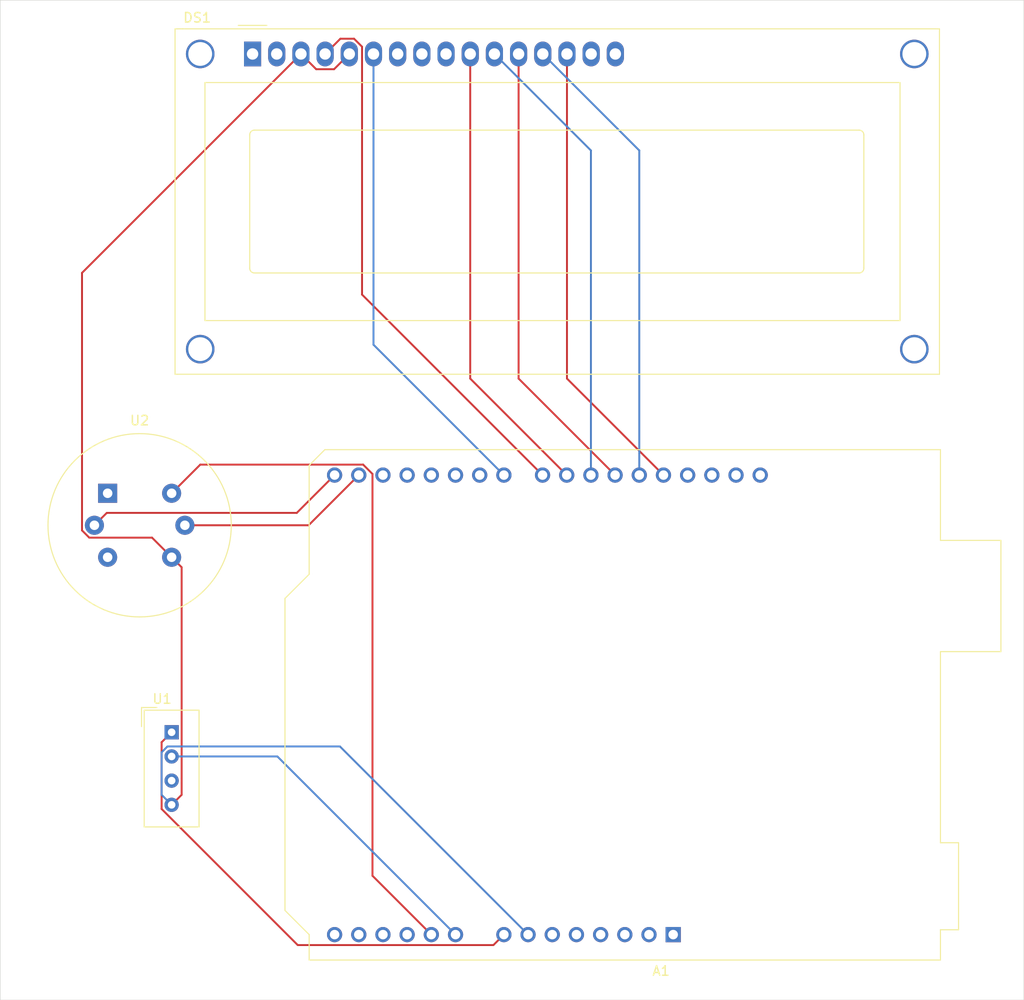
<source format=kicad_pcb>
(kicad_pcb (version 20241229) (generator "pcbnew") (generator_version "9.0")
  (layers (0 "F.Cu" signal) (2 "B.Cu" signal) (13 "F.Paste" user) (15 "B.Paste" user) (5 "F.SilkS" user "F.Silkscreen") (7 "B.SilkS" user "B.Silkscreen") (1 "F.Mask" user) (3 "B.Mask" user) (25 "Edge.Cuts" user))
  (net 0 "")
  (net 2 "Net-(A1-D8)")
  (net 3 "GNDREF")
  (net 4 "Net-(A1-D10)")
  (net 11 "Net-(A1-D7)")
  (net 15 "Net-(A1-D11)")
  (net 17 "Net-(A1-D9)")
  (net 20 "Net-(A1-D0{slash}RX)")
  (net 22 "Net-(A1-D13)")
  (net 23 "Net-(A1-VIN)")
  (net 24 "Net-(A1-A1)")
  (net 25 "Net-(A1-D6)")
  (net 27 "Net-(A1-A0)")
  (net 28 "Net-(A1-D5)")
  (net 30 "Net-(A1-D12)")
  (net 32 "Net-(A1-D1{slash}TX)")
  (net 39 "Net-(BT1-+)")
  (footprint "Sensor:Aosong_DHT11_5.5x12.0_P2.54mm" (layer "F.Cu") (at 96.5 108.88)
    (property "Reference" "U1" (at -1 -3.5 0) (layer "F.SilkS"))
    (property "Value" "DHT11")
    (fp_line (start -3.16 -2.6) (end -3.16 -0.6) (stroke (width 0.12)) (layer "F.SilkS"))
    (fp_line (start -3.16 -2.6) (end -1.55 -2.6) (stroke (width 0.12)) (layer "F.SilkS"))
    (fp_line (start -2.88 9.94) (end -2.88 -2.31) (stroke (width 0.12)) (layer "F.SilkS"))
    (fp_line (start -2.87 -2.32) (end 2.87 -2.32) (stroke (width 0.12)) (layer "F.SilkS"))
    (fp_line (start 2.88 -2.32) (end 2.88 9.94) (stroke (width 0.12)) (layer "F.SilkS"))
    (fp_line (start 2.88 9.94) (end -2.88 9.94) (stroke (width 0.12)) (layer "F.SilkS"))
    (pad "1" thru_hole rect (at 0 0) (size 1.5 1.5) (drill 0.8) (layers "*.Cu" "*.Mask") (net 23 "Net-(A1-VIN)"))
    (pad "2" thru_hole circle (at 0 2.54) (size 1.5 1.5) (drill 0.8) (layers "*.Cu" "*.Mask") (net 27 "Net-(A1-A0)"))
    (pad "3" thru_hole circle (at 0 5.08) (size 1.5 1.5) (drill 0.8) (layers "*.Cu" "*.Mask"))
    (pad "4" thru_hole circle (at 0 7.62) (size 1.5 1.5) (drill 0.8) (layers "*.Cu" "*.Mask") (net 3 "GNDREF"))
  )
  (footprint "Sensor:MQ-6" (layer "F.Cu") (at 89.78 83.78)
    (property "Reference" "U2" (at 3.36 -7.64 0) (layer "F.SilkS"))
    (property "Value" "MQ-6")
    (fp_circle (center 3.36 3.36) (end 12.985 3.36) (stroke (width 0.12)) (fill no) (layer "F.SilkS"))
    (pad "1" thru_hole rect (at 0 0) (size 2 2) (drill 1) (layers "*.Cu" "*.Mask"))
    (pad "2" thru_hole circle (at -1.39 3.36) (size 2 2) (drill 1) (layers "*.Cu" "*.Mask") (net 20 "Net-(A1-D0{slash}RX)"))
    (pad "3" thru_hole circle (at 0 6.72 90) (size 2 2) (drill 1) (layers "*.Cu" "*.Mask"))
    (pad "4" thru_hole circle (at 6.72 6.72 180) (size 2 2) (drill 1) (layers "*.Cu" "*.Mask") (net 3 "GNDREF"))
    (pad "5" thru_hole circle (at 8.11 3.36) (size 2 2) (drill 1) (layers "*.Cu" "*.Mask") (net 32 "Net-(A1-D1{slash}TX)"))
    (pad "6" thru_hole circle (at 6.72 0 270) (size 2 2) (drill 1) (layers "*.Cu" "*.Mask") (net 24 "Net-(A1-A1)"))
  )
  (footprint "Module:Arduino_UNO_R3" (layer "F.Cu") (at 149.175 130.13 180)
    (property "Reference" "A1" (at 1.27 -3.81 0) (layer "F.SilkS"))
    (property "Value" "Arduino_UNO_R3")
    (fp_line (start 40.77 35.31) (end 40.77 2.54) (stroke (width 0.12)) (layer "F.SilkS"))
    (fp_line (start 40.77 2.54) (end 38.23 0) (stroke (width 0.12)) (layer "F.SilkS"))
    (fp_line (start 38.23 49.28) (end 38.23 37.85) (stroke (width 0.12)) (layer "F.SilkS"))
    (fp_line (start 38.23 37.85) (end 40.77 35.31) (stroke (width 0.12)) (layer "F.SilkS"))
    (fp_line (start 38.23 0) (end 38.23 -2.67) (stroke (width 0.12)) (layer "F.SilkS"))
    (fp_line (start 38.23 -2.67) (end -28.07 -2.67) (stroke (width 0.12)) (layer "F.SilkS"))
    (fp_line (start 36.58 50.93) (end 38.23 49.28) (stroke (width 0.12)) (layer "F.SilkS"))
    (fp_line (start -28.07 50.93) (end 36.58 50.93) (stroke (width 0.12)) (layer "F.SilkS"))
    (fp_line (start -28.07 41.4) (end -28.07 50.93) (stroke (width 0.12)) (layer "F.SilkS"))
    (fp_line (start -28.07 29.72) (end -34.42 29.72) (stroke (width 0.12)) (layer "F.SilkS"))
    (fp_line (start -28.07 9.65) (end -28.07 29.72) (stroke (width 0.12)) (layer "F.SilkS"))
    (fp_line (start -28.07 0.51) (end -29.97 0.51) (stroke (width 0.12)) (layer "F.SilkS"))
    (fp_line (start -28.07 -2.67) (end -28.07 0.51) (stroke (width 0.12)) (layer "F.SilkS"))
    (fp_line (start -29.97 9.65) (end -28.07 9.65) (stroke (width 0.12)) (layer "F.SilkS"))
    (fp_line (start -29.97 0.51) (end -29.97 9.65) (stroke (width 0.12)) (layer "F.SilkS"))
    (fp_line (start -34.42 41.4) (end -28.07 41.4) (stroke (width 0.12)) (layer "F.SilkS"))
    (fp_line (start -34.42 29.72) (end -34.42 41.4) (stroke (width 0.12)) (layer "F.SilkS"))
    (pad "1" thru_hole rect (at 0 0 270) (size 1.6 1.6) (drill 1) (layers "*.Cu" "*.Mask"))
    (pad "2" thru_hole oval (at 2.54 0 270) (size 1.6 1.6) (drill 1) (layers "*.Cu" "*.Mask"))
    (pad "3" thru_hole oval (at 5.08 0 270) (size 1.6 1.6) (drill 1) (layers "*.Cu" "*.Mask"))
    (pad "4" thru_hole oval (at 7.62 0 270) (size 1.6 1.6) (drill 1) (layers "*.Cu" "*.Mask"))
    (pad "5" thru_hole oval (at 10.16 0 270) (size 1.6 1.6) (drill 1) (layers "*.Cu" "*.Mask"))
    (pad "6" thru_hole oval (at 12.7 0 270) (size 1.6 1.6) (drill 1) (layers "*.Cu" "*.Mask"))
    (pad "7" thru_hole oval (at 15.24 0 270) (size 1.6 1.6) (drill 1) (layers "*.Cu" "*.Mask") (net 3 "GNDREF"))
    (pad "8" thru_hole oval (at 17.78 0 270) (size 1.6 1.6) (drill 1) (layers "*.Cu" "*.Mask") (net 23 "Net-(A1-VIN)"))
    (pad "9" thru_hole oval (at 22.86 0 270) (size 1.6 1.6) (drill 1) (layers "*.Cu" "*.Mask") (net 27 "Net-(A1-A0)"))
    (pad "10" thru_hole oval (at 25.4 0 270) (size 1.6 1.6) (drill 1) (layers "*.Cu" "*.Mask") (net 24 "Net-(A1-A1)"))
    (pad "11" thru_hole oval (at 27.94 0 270) (size 1.6 1.6) (drill 1) (layers "*.Cu" "*.Mask"))
    (pad "12" thru_hole oval (at 30.48 0 270) (size 1.6 1.6) (drill 1) (layers "*.Cu" "*.Mask"))
    (pad "13" thru_hole oval (at 33.02 0 270) (size 1.6 1.6) (drill 1) (layers "*.Cu" "*.Mask"))
    (pad "14" thru_hole oval (at 35.56 0 270) (size 1.6 1.6) (drill 1) (layers "*.Cu" "*.Mask"))
    (pad "15" thru_hole oval (at 35.56 48.26 270) (size 1.6 1.6) (drill 1) (layers "*.Cu" "*.Mask") (net 20 "Net-(A1-D0{slash}RX)"))
    (pad "16" thru_hole oval (at 33.02 48.26 270) (size 1.6 1.6) (drill 1) (layers "*.Cu" "*.Mask") (net 32 "Net-(A1-D1{slash}TX)"))
    (pad "17" thru_hole oval (at 30.48 48.26 270) (size 1.6 1.6) (drill 1) (layers "*.Cu" "*.Mask"))
    (pad "18" thru_hole oval (at 27.94 48.26 270) (size 1.6 1.6) (drill 1) (layers "*.Cu" "*.Mask"))
    (pad "19" thru_hole oval (at 25.4 48.26 270) (size 1.6 1.6) (drill 1) (layers "*.Cu" "*.Mask"))
    (pad "20" thru_hole oval (at 22.86 48.26 270) (size 1.6 1.6) (drill 1) (layers "*.Cu" "*.Mask") (net 28 "Net-(A1-D5)"))
    (pad "21" thru_hole oval (at 20.32 48.26 270) (size 1.6 1.6) (drill 1) (layers "*.Cu" "*.Mask") (net 25 "Net-(A1-D6)"))
    (pad "22" thru_hole oval (at 17.78 48.26 270) (size 1.6 1.6) (drill 1) (layers "*.Cu" "*.Mask") (net 11 "Net-(A1-D7)"))
    (pad "23" thru_hole oval (at 13.72 48.26 270) (size 1.6 1.6) (drill 1) (layers "*.Cu" "*.Mask") (net 2 "Net-(A1-D8)"))
    (pad "24" thru_hole oval (at 11.18 48.26 270) (size 1.6 1.6) (drill 1) (layers "*.Cu" "*.Mask") (net 17 "Net-(A1-D9)"))
    (pad "25" thru_hole oval (at 8.64 48.26 270) (size 1.6 1.6) (drill 1) (layers "*.Cu" "*.Mask") (net 4 "Net-(A1-D10)"))
    (pad "26" thru_hole oval (at 6.1 48.26 270) (size 1.6 1.6) (drill 1) (layers "*.Cu" "*.Mask") (net 15 "Net-(A1-D11)"))
    (pad "27" thru_hole oval (at 3.56 48.26 270) (size 1.6 1.6) (drill 1) (layers "*.Cu" "*.Mask") (net 30 "Net-(A1-D12)"))
    (pad "28" thru_hole oval (at 1.02 48.26 270) (size 1.6 1.6) (drill 1) (layers "*.Cu" "*.Mask") (net 22 "Net-(A1-D13)"))
    (pad "29" thru_hole oval (at -1.52 48.26 270) (size 1.6 1.6) (drill 1) (layers "*.Cu" "*.Mask"))
    (pad "30" thru_hole oval (at -4.06 48.26 270) (size 1.6 1.6) (drill 1) (layers "*.Cu" "*.Mask"))
    (pad "31" thru_hole oval (at -6.6 48.26 270) (size 1.6 1.6) (drill 1) (layers "*.Cu" "*.Mask"))
    (pad "32" thru_hole oval (at -9.14 48.26 270) (size 1.6 1.6) (drill 1) (layers "*.Cu" "*.Mask"))
  )
  (footprint "Display:WC1602A" (layer "F.Cu") (at 105 37.6425)
    (property "Reference" "DS1" (at -5.82 -3.81 0) (layer "F.SilkS"))
    (property "Value" "WC1602A")
    (fp_line (start -8.14 -2.64) (end -8.14 33.64) (stroke (width 0.12)) (layer "F.SilkS"))
    (fp_line (start -8.14 33.64) (end 72.14 33.64) (stroke (width 0.12)) (layer "F.SilkS"))
    (fp_line (start -8.13 -2.64) (end -7.34 -2.64) (stroke (width 0.12)) (layer "F.SilkS"))
    (fp_line (start -5 3) (end 68 3) (stroke (width 0.12)) (layer "F.SilkS"))
    (fp_line (start -5 28) (end -5 3) (stroke (width 0.12)) (layer "F.SilkS"))
    (fp_line (start -1.5 -3) (end 1.5 -3) (stroke (width 0.12)) (layer "F.SilkS"))
    (fp_line (start -0.29972 22.49932) (end -0.29972 8.5) (stroke (width 0.12)) (layer "F.SilkS"))
    (fp_line (start 0.2 8) (end 63.7 8) (stroke (width 0.12)) (layer "F.SilkS"))
    (fp_line (start 63.70066 23) (end 0.2 23) (stroke (width 0.12)) (layer "F.SilkS"))
    (fp_line (start 64.2 8.5) (end 64.2 22.5) (stroke (width 0.12)) (layer "F.SilkS"))
    (fp_line (start 68 3) (end 68 28) (stroke (width 0.12)) (layer "F.SilkS"))
    (fp_line (start 68 28) (end -5 28) (stroke (width 0.12)) (layer "F.SilkS"))
    (fp_line (start 72.14 -2.64) (end -7.34 -2.64) (stroke (width 0.12)) (layer "F.SilkS"))
    (fp_line (start 72.14 33.64) (end 72.14 -2.64) (stroke (width 0.12)) (layer "F.SilkS"))
    (fp_arc (start -0.29972 8.49884) (mid -0.153162 8.145018) (end 0.20066 7.99846) (stroke (width 0.12)) (layer "F.SilkS"))
    (fp_arc (start 0.20066 22.9997) (mid -0.153162 22.853142) (end -0.29972 22.49932) (stroke (width 0.12)) (layer "F.SilkS"))
    (fp_arc (start 63.7 8) (mid 64.053553 8.146447) (end 64.2 8.5) (stroke (width 0.12)) (layer "F.SilkS"))
    (fp_arc (start 64.20104 22.49932) (mid 64.054482 22.853142) (end 63.70066 22.9997) (stroke (width 0.12)) (layer "F.SilkS"))
    (pad "" thru_hole circle (at -5.4991 0) (size 3 3) (drill 2.5) (layers "*.Cu" "*.Mask"))
    (pad "" thru_hole circle (at -5.4991 31.0007) (size 3 3) (drill 2.5) (layers "*.Cu" "*.Mask"))
    (pad "" thru_hole circle (at 69.49948 31.0007) (size 3 3) (drill 2.5) (layers "*.Cu" "*.Mask"))
    (pad "" thru_hole circle (at 69.5 0) (size 3 3) (drill 2.5) (layers "*.Cu" "*.Mask"))
    (pad "1" thru_hole rect (at 0 0) (size 1.8 2.6) (drill 1.2) (layers "*.Cu" "*.Mask"))
    (pad "2" thru_hole oval (at 2.54 0) (size 1.8 2.6) (drill 1.2) (layers "*.Cu" "*.Mask") (net 39 "Net-(BT1-+)"))
    (pad "3" thru_hole oval (at 5.08 0) (size 1.8 2.6) (drill 1.2) (layers "*.Cu" "*.Mask") (net 3 "GNDREF"))
    (pad "4" thru_hole oval (at 7.62 0) (size 1.8 2.6) (drill 1.2) (layers "*.Cu" "*.Mask") (net 2 "Net-(A1-D8)"))
    (pad "5" thru_hole oval (at 10.16 0) (size 1.8 2.6) (drill 1.2) (layers "*.Cu" "*.Mask") (net 3 "GNDREF"))
    (pad "6" thru_hole oval (at 12.7 0) (size 1.8 2.6) (drill 1.2) (layers "*.Cu" "*.Mask") (net 11 "Net-(A1-D7)"))
    (pad "7" thru_hole oval (at 15.24 0) (size 1.8 2.6) (drill 1.2) (layers "*.Cu" "*.Mask"))
    (pad "8" thru_hole oval (at 17.78 0) (size 1.8 2.6) (drill 1.2) (layers "*.Cu" "*.Mask"))
    (pad "9" thru_hole oval (at 20.32 0) (size 1.8 2.6) (drill 1.2) (layers "*.Cu" "*.Mask"))
    (pad "10" thru_hole oval (at 22.86 0) (size 1.8 2.6) (drill 1.2) (layers "*.Cu" "*.Mask") (net 17 "Net-(A1-D9)"))
    (pad "11" thru_hole oval (at 25.4 0) (size 1.8 2.6) (drill 1.2) (layers "*.Cu" "*.Mask") (net 4 "Net-(A1-D10)"))
    (pad "12" thru_hole oval (at 27.94 0) (size 1.8 2.6) (drill 1.2) (layers "*.Cu" "*.Mask") (net 15 "Net-(A1-D11)"))
    (pad "13" thru_hole oval (at 30.48 0) (size 1.8 2.6) (drill 1.2) (layers "*.Cu" "*.Mask") (net 30 "Net-(A1-D12)"))
    (pad "14" thru_hole oval (at 33.02 0) (size 1.8 2.6) (drill 1.2) (layers "*.Cu" "*.Mask") (net 22 "Net-(A1-D13)"))
    (pad "15" thru_hole oval (at 35.56 0) (size 1.8 2.6) (drill 1.2) (layers "*.Cu" "*.Mask"))
    (pad "16" thru_hole oval (at 38.1 0) (size 1.8 2.6) (drill 1.2) (layers "*.Cu" "*.Mask"))
  )
  (gr_rect (start 78.5 32) (end 186 137) (stroke (width 0.05)) (fill no) (layer "Edge.Cuts"))
  (segment (start 115.65747 36.0415) (end 116.499 36.88303) (width 0.2) (layer "F.Cu") (net 2))
  (segment (start 116.499 36.88303) (end 116.499 62.914) (width 0.2) (layer "F.Cu") (net 2))
  (segment (start 116.499 62.914) (end 135.455 81.87) (width 0.2) (layer "F.Cu") (net 2))
  (segment (start 112.62 37.6425) (end 114.221 36.0415) (width 0.2) (layer "F.Cu") (net 2))
  (segment (start 114.221 36.0415) (end 115.65747 36.0415) (width 0.2) (layer "F.Cu") (net 2))
  (segment (start 96.5 90.5) (end 97.551 91.551) (width 0.2) (layer "F.Cu") (net 3))
  (segment (start 96.5 90.5) (end 94.441 88.441) (width 0.2) (layer "F.Cu") (net 3))
  (segment (start 94.441 88.441) (end 87.851108 88.441) (width 0.2) (layer "F.Cu") (net 3))
  (segment (start 87.851108 88.441) (end 87.089 87.678892) (width 0.2) (layer "F.Cu") (net 3))
  (segment (start 113.559 39.2435) (end 111.681 39.2435) (width 0.2) (layer "F.Cu") (net 3))
  (segment (start 111.681 39.2435) (end 110.08 37.6425) (width 0.2) (layer "F.Cu") (net 3))
  (segment (start 97.551 115.449) (end 96.5 116.5) (width 0.2) (layer "F.Cu") (net 3))
  (segment (start 97.551 91.551) (end 97.551 115.449) (width 0.2) (layer "F.Cu") (net 3))
  (segment (start 87.089 87.678892) (end 87.089 60.6335) (width 0.2) (layer "F.Cu") (net 3))
  (segment (start 87.089 60.6335) (end 110.08 37.6425) (width 0.2) (layer "F.Cu") (net 3))
  (segment (start 115.16 37.6425) (end 113.559 39.2435) (width 0.2) (layer "F.Cu") (net 3))
  (segment (start 96.5 116.5) (end 95.449 115.449) (width 0.2) (layer "B.Cu") (net 3))
  (segment (start 114.174 110.369) (end 133.935 130.13) (width 0.2) (layer "B.Cu") (net 3))
  (segment (start 95.449 115.449) (end 95.449 110.984661) (width 0.2) (layer "B.Cu") (net 3))
  (segment (start 96.064661 110.369) (end 114.174 110.369) (width 0.2) (layer "B.Cu") (net 3))
  (segment (start 95.449 110.984661) (end 96.064661 110.369) (width 0.2) (layer "B.Cu") (net 3))
  (segment (start 130.4 37.6425) (end 140.535 47.7775) (width 0.2) (layer "B.Cu") (net 4))
  (segment (start 140.535 47.7775) (end 140.535 81.87) (width 0.2) (layer "B.Cu") (net 4))
  (segment (start 117.7 37.6425) (end 117.7 68.175) (width 0.2) (layer "B.Cu") (net 11))
  (segment (start 117.7 68.175) (end 131.395 81.87) (width 0.2) (layer "B.Cu") (net 11))
  (segment (start 132.94 71.735) (end 143.075 81.87) (width 0.2) (layer "F.Cu") (net 15))
  (segment (start 132.94 37.6425) (end 132.94 71.735) (width 0.2) (layer "F.Cu") (net 15))
  (segment (start 127.86 71.735) (end 137.995 81.87) (width 0.2) (layer "F.Cu") (net 17))
  (segment (start 127.86 37.6425) (end 127.86 71.735) (width 0.2) (layer "F.Cu") (net 17))
  (segment (start 89.691 85.839) (end 109.646 85.839) (width 0.2) (layer "F.Cu") (net 20))
  (segment (start 88.39 87.14) (end 89.691 85.839) (width 0.2) (layer "F.Cu") (net 20))
  (segment (start 109.646 85.839) (end 113.615 81.87) (width 0.2) (layer "F.Cu") (net 20))
  (segment (start 138.02 37.6425) (end 138.02 71.735) (width 0.2) (layer "F.Cu") (net 22))
  (segment (start 138.02 71.735) (end 148.155 81.87) (width 0.2) (layer "F.Cu") (net 22))
  (segment (start 96.5 108.88) (end 95.449 109.931) (width 0.2) (layer "F.Cu") (net 23))
  (segment (start 95.449 116.935339) (end 109.744661 131.231) (width 0.2) (layer "F.Cu") (net 23))
  (segment (start 130.294 131.231) (end 131.395 130.13) (width 0.2) (layer "F.Cu") (net 23))
  (segment (start 95.449 109.931) (end 95.449 116.935339) (width 0.2) (layer "F.Cu") (net 23))
  (segment (start 109.744661 131.231) (end 130.294 131.231) (width 0.2) (layer "F.Cu") (net 23))
  (segment (start 117.594 81.75195) (end 117.594 123.949) (width 0.2) (layer "F.Cu") (net 24))
  (segment (start 96.5 83.78) (end 99.511 80.769) (width 0.2) (layer "F.Cu") (net 24))
  (segment (start 116.61105 80.769) (end 117.594 81.75195) (width 0.2) (layer "F.Cu") (net 24))
  (segment (start 117.594 123.949) (end 123.775 130.13) (width 0.2) (layer "F.Cu") (net 24))
  (segment (start 99.511 80.769) (end 116.61105 80.769) (width 0.2) (layer "F.Cu") (net 24))
  (segment (start 107.605 111.42) (end 126.315 130.13) (width 0.2) (layer "B.Cu") (net 27))
  (segment (start 96.5 111.42) (end 107.605 111.42) (width 0.2) (layer "B.Cu") (net 27))
  (segment (start 145.615 47.7775) (end 145.615 81.87) (width 0.2) (layer "B.Cu") (net 30))
  (segment (start 135.48 37.6425) (end 145.615 47.7775) (width 0.2) (layer "B.Cu") (net 30))
  (segment (start 110.885 87.14) (end 97.89 87.14) (width 0.2) (layer "F.Cu") (net 32))
  (segment (start 116.155 81.87) (end 110.885 87.14) (width 0.2) (layer "F.Cu") (net 32))
)
</source>
